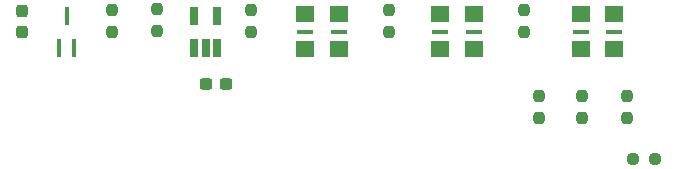
<source format=gbr>
%TF.GenerationSoftware,KiCad,Pcbnew,7.0.2*%
%TF.CreationDate,2023-06-12T21:50:36-07:00*%
%TF.ProjectId,latch,6c617463-682e-46b6-9963-61645f706362,A*%
%TF.SameCoordinates,Original*%
%TF.FileFunction,Paste,Top*%
%TF.FilePolarity,Positive*%
%FSLAX46Y46*%
G04 Gerber Fmt 4.6, Leading zero omitted, Abs format (unit mm)*
G04 Created by KiCad (PCBNEW 7.0.2) date 2023-06-12 21:50:36*
%MOMM*%
%LPD*%
G01*
G04 APERTURE LIST*
G04 Aperture macros list*
%AMRoundRect*
0 Rectangle with rounded corners*
0 $1 Rounding radius*
0 $2 $3 $4 $5 $6 $7 $8 $9 X,Y pos of 4 corners*
0 Add a 4 corners polygon primitive as box body*
4,1,4,$2,$3,$4,$5,$6,$7,$8,$9,$2,$3,0*
0 Add four circle primitives for the rounded corners*
1,1,$1+$1,$2,$3*
1,1,$1+$1,$4,$5*
1,1,$1+$1,$6,$7*
1,1,$1+$1,$8,$9*
0 Add four rect primitives between the rounded corners*
20,1,$1+$1,$2,$3,$4,$5,0*
20,1,$1+$1,$4,$5,$6,$7,0*
20,1,$1+$1,$6,$7,$8,$9,0*
20,1,$1+$1,$8,$9,$2,$3,0*%
G04 Aperture macros list end*
%ADD10R,1.500000X1.450000*%
%ADD11R,1.450000X0.450000*%
%ADD12R,0.450000X1.500000*%
%ADD13RoundRect,0.237500X-0.237500X0.250000X-0.237500X-0.250000X0.237500X-0.250000X0.237500X0.250000X0*%
%ADD14RoundRect,0.237500X0.237500X-0.250000X0.237500X0.250000X-0.237500X0.250000X-0.237500X-0.250000X0*%
%ADD15RoundRect,0.237500X-0.300000X-0.237500X0.300000X-0.237500X0.300000X0.237500X-0.300000X0.237500X0*%
%ADD16RoundRect,0.237500X-0.237500X0.300000X-0.237500X-0.300000X0.237500X-0.300000X0.237500X0.300000X0*%
%ADD17R,0.650000X1.560000*%
%ADD18RoundRect,0.237500X-0.250000X-0.237500X0.250000X-0.237500X0.250000X0.237500X-0.250000X0.237500X0*%
G04 APERTURE END LIST*
D10*
%TO.C,Q2*%
X161770000Y-97585000D03*
D11*
X161770000Y-99060000D03*
D10*
X161770000Y-100535000D03*
X164620000Y-100535000D03*
D11*
X164620000Y-99060000D03*
D10*
X164620000Y-97585000D03*
%TD*%
D12*
%TO.C,U1*%
X129525000Y-100390000D03*
X130825000Y-100390000D03*
X130175000Y-97730000D03*
%TD*%
D13*
%TO.C,R5*%
X168910000Y-97235000D03*
X168910000Y-99060000D03*
%TD*%
D10*
%TO.C,Q1*%
X150340000Y-97585000D03*
D11*
X150340000Y-99060000D03*
D10*
X150340000Y-100535000D03*
X153190000Y-100535000D03*
D11*
X153190000Y-99060000D03*
D10*
X153190000Y-97585000D03*
%TD*%
D13*
%TO.C,R6*%
X177645000Y-104497500D03*
X177645000Y-106322500D03*
%TD*%
D14*
%TO.C,R1*%
X133985000Y-99060000D03*
X133985000Y-97235000D03*
%TD*%
D15*
%TO.C,C2*%
X141925000Y-103505000D03*
X143650000Y-103505000D03*
%TD*%
D14*
%TO.C,R2*%
X137795000Y-98980000D03*
X137795000Y-97155000D03*
%TD*%
D16*
%TO.C,C1*%
X126365000Y-97335000D03*
X126365000Y-99060000D03*
%TD*%
D17*
%TO.C,U2*%
X140975000Y-100410000D03*
X141925000Y-100410000D03*
X142875000Y-100410000D03*
X142875000Y-97710000D03*
X140975000Y-97710000D03*
%TD*%
D13*
%TO.C,R3*%
X145735000Y-97235000D03*
X145735000Y-99060000D03*
%TD*%
D10*
%TO.C,Q3*%
X173680000Y-97585000D03*
D11*
X173680000Y-99060000D03*
D10*
X173680000Y-100535000D03*
X176530000Y-100535000D03*
D11*
X176530000Y-99060000D03*
D10*
X176530000Y-97585000D03*
%TD*%
D13*
%TO.C,R8*%
X170180000Y-104497500D03*
X170180000Y-106322500D03*
%TD*%
%TO.C,R4*%
X157480000Y-97235000D03*
X157480000Y-99060000D03*
%TD*%
%TO.C,R7*%
X173835000Y-104497500D03*
X173835000Y-106322500D03*
%TD*%
D18*
%TO.C,R9*%
X178157500Y-109855000D03*
X179982500Y-109855000D03*
%TD*%
M02*

</source>
